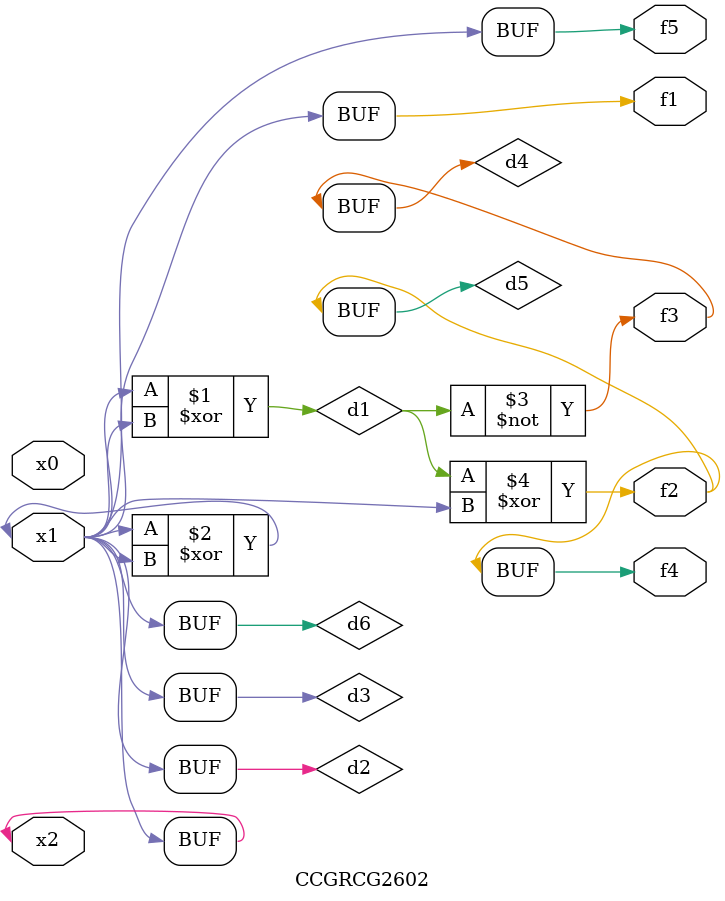
<source format=v>
module CCGRCG2602(
	input x0, x1, x2,
	output f1, f2, f3, f4, f5
);

	wire d1, d2, d3, d4, d5, d6;

	xor (d1, x1, x2);
	buf (d2, x1, x2);
	xor (d3, x1, x2);
	nor (d4, d1);
	xor (d5, d1, d2);
	buf (d6, d2, d3);
	assign f1 = d6;
	assign f2 = d5;
	assign f3 = d4;
	assign f4 = d5;
	assign f5 = d6;
endmodule

</source>
